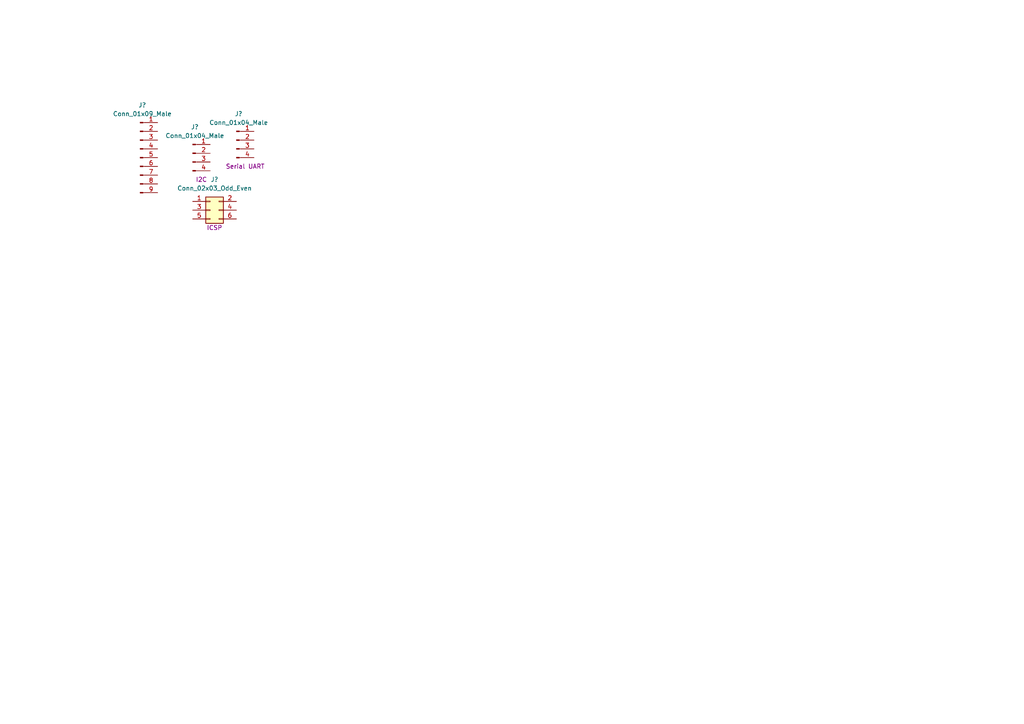
<source format=kicad_sch>
(kicad_sch (version 20211123) (generator eeschema)
  (paper "A4")
  (lib_symbols
    (symbol "Connector:Conn_01x04_Male" (pin_names (offset 1.016) hide)
      (property "Reference" "J" (at 0 5.08 0))
      (property "Value" "Conn_01x04_Male" (at 0 -7.62 0))
      (symbol "Conn_01x04_Male_1_1"
        (polyline (pts (xy 1.27 -5.08) (xy 0.8636 -5.08)) (stroke (width 0.1524)))
        (polyline (pts (xy 1.27 -2.54) (xy 0.8636 -2.54)) (stroke (width 0.1524)))
        (polyline (pts (xy 1.27 0) (xy 0.8636 0)) (stroke (width 0.1524)))
        (polyline (pts (xy 1.27 2.54) (xy 0.8636 2.54)) (stroke (width 0.1524)))
        (rectangle (start 0.8636 -4.953) (end 0 -5.207) (stroke (width 0.1524)) (fill (type outline)))
        (rectangle (start 0.8636 -2.413) (end 0 -2.667) (stroke (width 0.1524)) (fill (type outline)))
        (rectangle (start 0.8636 0.127) (end 0 -0.127) (stroke (width 0.1524)) (fill (type outline)))
        (rectangle (start 0.8636 2.667) (end 0 2.413) (stroke (width 0.1524)) (fill (type outline)))
        (pin passive line (at 5.08 2.54 180) (length 3.81) (name "Pin_1") (number "1"))
        (pin passive line (at 5.08 0 180) (length 3.81) (name "Pin_2") (number "2"))
        (pin passive line (at 5.08 -2.54 180) (length 3.81) (name "Pin_3") (number "3"))
        (pin passive line (at 5.08 -5.08 180) (length 3.81) (name "Pin_4") (number "4"))
      )
    )
    (symbol "Connector:Conn_01x09_Male" (pin_names (offset 1.016) hide)
      (property "Reference" "J" (at 0 12.7 0))
      (property "Value" "Conn_01x09_Male" (at 0 -12.7 0))
      (symbol "Conn_01x09_Male_1_1"
        (polyline (pts (xy 1.27 -10.16) (xy 0.8636 -10.16)) (stroke (width 0.1524)))
        (polyline (pts (xy 1.27 -7.62) (xy 0.8636 -7.62)) (stroke (width 0.1524)))
        (polyline (pts (xy 1.27 -5.08) (xy 0.8636 -5.08)) (stroke (width 0.1524)))
        (polyline (pts (xy 1.27 -2.54) (xy 0.8636 -2.54)) (stroke (width 0.1524)))
        (polyline (pts (xy 1.27 0) (xy 0.8636 0)) (stroke (width 0.1524)))
        (polyline (pts (xy 1.27 2.54) (xy 0.8636 2.54)) (stroke (width 0.1524)))
        (polyline (pts (xy 1.27 5.08) (xy 0.8636 5.08)) (stroke (width 0.1524)))
        (polyline (pts (xy 1.27 7.62) (xy 0.8636 7.62)) (stroke (width 0.1524)))
        (polyline (pts (xy 1.27 10.16) (xy 0.8636 10.16)) (stroke (width 0.1524)))
        (rectangle (start 0.8636 -10.033) (end 0 -10.287) (stroke (width 0.1524)) (fill (type outline)))
        (rectangle (start 0.8636 -7.493) (end 0 -7.747) (stroke (width 0.1524)) (fill (type outline)))
        (rectangle (start 0.8636 -4.953) (end 0 -5.207) (stroke (width 0.1524)) (fill (type outline)))
        (rectangle (start 0.8636 -2.413) (end 0 -2.667) (stroke (width 0.1524)) (fill (type outline)))
        (rectangle (start 0.8636 0.127) (end 0 -0.127) (stroke (width 0.1524)) (fill (type outline)))
        (rectangle (start 0.8636 2.667) (end 0 2.413) (stroke (width 0.1524)) (fill (type outline)))
        (rectangle (start 0.8636 5.207) (end 0 4.953) (stroke (width 0.1524)) (fill (type outline)))
        (rectangle (start 0.8636 7.747) (end 0 7.493) (stroke (width 0.1524)) (fill (type outline)))
        (rectangle (start 0.8636 10.287) (end 0 10.033) (stroke (width 0.1524)) (fill (type outline)))
        (pin passive line (at 5.08 10.16 180) (length 3.81) (name "Pin_1") (number "1"))
        (pin passive line (at 5.08 7.62 180) (length 3.81) (name "Pin_2") (number "2"))
        (pin passive line (at 5.08 5.08 180) (length 3.81) (name "Pin_3") (number "3"))
        (pin passive line (at 5.08 2.54 180) (length 3.81) (name "Pin_4") (number "4"))
        (pin passive line (at 5.08 0 180) (length 3.81) (name "Pin_5") (number "5"))
        (pin passive line (at 5.08 -2.54 180) (length 3.81) (name "Pin_6") (number "6"))
        (pin passive line (at 5.08 -5.08 180) (length 3.81) (name "Pin_7") (number "7"))
        (pin passive line (at 5.08 -7.62 180) (length 3.81) (name "Pin_8") (number "8"))
        (pin passive line (at 5.08 -10.16 180) (length 3.81) (name "Pin_9") (number "9"))
      )
    )
    (symbol "Connector_Generic:Conn_02x03_Odd_Even" (pin_names (offset 1.016) hide)
      (property "Reference" "J" (at 1.27 5.08 0))
      (property "Value" "Conn_02x03_Odd_Even" (at 1.27 -5.08 0))
      (symbol "Conn_02x03_Odd_Even_1_1"
        (rectangle (start -1.27 -2.413) (end 0 -2.667) (stroke (width 0.1524)))
        (rectangle (start -1.27 0.127) (end 0 -0.127) (stroke (width 0.1524)))
        (rectangle (start -1.27 2.667) (end 0 2.413) (stroke (width 0.1524)))
        (rectangle (start -1.27 3.81) (end 3.81 -3.81) (stroke (width 0.254)) (fill (type background)))
        (rectangle (start 3.81 -2.413) (end 2.54 -2.667) (stroke (width 0.1524)))
        (rectangle (start 3.81 0.127) (end 2.54 -0.127) (stroke (width 0.1524)))
        (rectangle (start 3.81 2.667) (end 2.54 2.413) (stroke (width 0.1524)))
        (pin passive line (at -5.08 2.54 0) (length 3.81) (name "Pin_1") (number "1"))
        (pin passive line (at 7.62 2.54 180) (length 3.81) (name "Pin_2") (number "2"))
        (pin passive line (at -5.08 0 0) (length 3.81) (name "Pin_3") (number "3"))
        (pin passive line (at 7.62 0 180) (length 3.81) (name "Pin_4") (number "4"))
        (pin passive line (at -5.08 -2.54 0) (length 3.81) (name "Pin_5") (number "5"))
        (pin passive line (at 7.62 -2.54 180) (length 3.81) (name "Pin_6") (number "6"))
      )
    )
  )
  (symbol (lib_id "Connector_Generic:Conn_02x03_Odd_Even") (at 60.96 60.96 0) (unit 1)
    (property "Reference" "J?" (at 62.23 52.07 0))
    (property "Value" "Conn_02x03_Odd_Even" (at 62.23 54.61 0))
    (property "Purpose" "ICSP" (at 62.23 66.04 0))
  )
  (symbol (lib_id "Connector:Conn_01x04_Male") (at 55.88 44.45 0) (unit 1)
    (property "Reference" "J?" (at 56.515 36.83 0))
    (property "Value" "Conn_01x04_Male" (at 56.515 39.37 0))
    (property "Purpose" "I2C" (at 58.42 52.07 0))
  )
  (symbol (lib_id "Connector:Conn_01x09_Male") (at 40.64 45.72 0) (unit 1)
    (property "Reference" "J?" (at 41.275 30.48 0))
    (property "Value" "Conn_01x09_Male" (at 41.275 33.02 0))
  )
  (symbol (lib_id "Connector:Conn_01x04_Male") (at 68.58 40.64 0) (unit 1)
    (property "Reference" "J?" (at 69.215 33.02 0))
    (property "Value" "Conn_01x04_Male" (at 69.215 35.56 0))
    (property "Purpose" "Serial UART" (at 71.12 48.26 0))
  )
)
</source>
